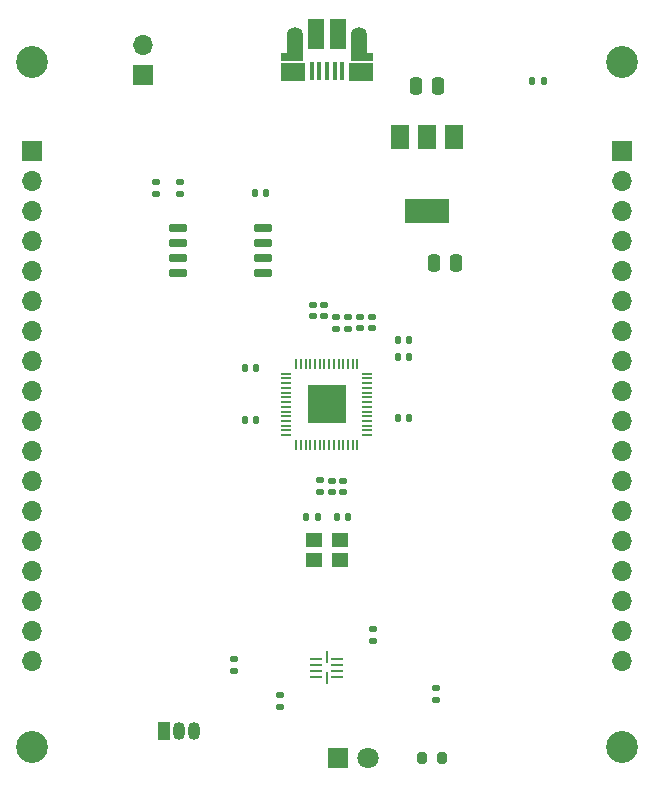
<source format=gbr>
%TF.GenerationSoftware,KiCad,Pcbnew,8.0.2-1*%
%TF.CreationDate,2024-05-28T19:32:54-07:00*%
%TF.ProjectId,BroncoSpaceRP2040,42726f6e-636f-4537-9061-636552503230,rev?*%
%TF.SameCoordinates,Original*%
%TF.FileFunction,Soldermask,Top*%
%TF.FilePolarity,Negative*%
%FSLAX46Y46*%
G04 Gerber Fmt 4.6, Leading zero omitted, Abs format (unit mm)*
G04 Created by KiCad (PCBNEW 8.0.2-1) date 2024-05-28 19:32:54*
%MOMM*%
%LPD*%
G01*
G04 APERTURE LIST*
G04 Aperture macros list*
%AMRoundRect*
0 Rectangle with rounded corners*
0 $1 Rounding radius*
0 $2 $3 $4 $5 $6 $7 $8 $9 X,Y pos of 4 corners*
0 Add a 4 corners polygon primitive as box body*
4,1,4,$2,$3,$4,$5,$6,$7,$8,$9,$2,$3,0*
0 Add four circle primitives for the rounded corners*
1,1,$1+$1,$2,$3*
1,1,$1+$1,$4,$5*
1,1,$1+$1,$6,$7*
1,1,$1+$1,$8,$9*
0 Add four rect primitives between the rounded corners*
20,1,$1+$1,$2,$3,$4,$5,0*
20,1,$1+$1,$4,$5,$6,$7,0*
20,1,$1+$1,$6,$7,$8,$9,0*
20,1,$1+$1,$8,$9,$2,$3,0*%
G04 Aperture macros list end*
%ADD10RoundRect,0.140000X-0.140000X-0.170000X0.140000X-0.170000X0.140000X0.170000X-0.140000X0.170000X0*%
%ADD11RoundRect,0.135000X-0.185000X0.135000X-0.185000X-0.135000X0.185000X-0.135000X0.185000X0.135000X0*%
%ADD12RoundRect,0.140000X-0.170000X0.140000X-0.170000X-0.140000X0.170000X-0.140000X0.170000X0.140000X0*%
%ADD13RoundRect,0.140000X0.140000X0.170000X-0.140000X0.170000X-0.140000X-0.170000X0.140000X-0.170000X0*%
%ADD14RoundRect,0.140000X0.170000X-0.140000X0.170000X0.140000X-0.170000X0.140000X-0.170000X-0.140000X0*%
%ADD15RoundRect,0.250000X-0.250000X-0.475000X0.250000X-0.475000X0.250000X0.475000X-0.250000X0.475000X0*%
%ADD16C,2.700000*%
%ADD17R,1.700000X1.700000*%
%ADD18O,1.700000X1.700000*%
%ADD19RoundRect,0.200000X-0.200000X-0.275000X0.200000X-0.275000X0.200000X0.275000X-0.200000X0.275000X0*%
%ADD20RoundRect,0.150000X-0.650000X-0.150000X0.650000X-0.150000X0.650000X0.150000X-0.650000X0.150000X0*%
%ADD21RoundRect,0.062500X-0.425000X-0.062500X0.425000X-0.062500X0.425000X0.062500X-0.425000X0.062500X0*%
%ADD22RoundRect,0.062500X-0.062500X-0.425000X0.062500X-0.425000X0.062500X0.425000X-0.062500X0.425000X0*%
%ADD23R,0.400000X1.650000*%
%ADD24R,1.825000X0.700000*%
%ADD25R,2.000000X1.500000*%
%ADD26R,1.350000X2.000000*%
%ADD27O,1.350000X1.700000*%
%ADD28O,1.100000X1.500000*%
%ADD29R,1.430000X2.500000*%
%ADD30R,1.800000X1.800000*%
%ADD31C,1.800000*%
%ADD32R,1.400000X1.200000*%
%ADD33RoundRect,0.135000X0.185000X-0.135000X0.185000X0.135000X-0.185000X0.135000X-0.185000X-0.135000X0*%
%ADD34R,1.500000X2.000000*%
%ADD35R,3.800000X2.000000*%
%ADD36R,1.050000X1.500000*%
%ADD37O,1.050000X1.500000*%
%ADD38RoundRect,0.050000X-0.387500X-0.050000X0.387500X-0.050000X0.387500X0.050000X-0.387500X0.050000X0*%
%ADD39RoundRect,0.050000X-0.050000X-0.387500X0.050000X-0.387500X0.050000X0.387500X-0.050000X0.387500X0*%
%ADD40R,3.200000X3.200000*%
G04 APERTURE END LIST*
D10*
%TO.C,C16*%
X47410000Y61380000D03*
X48370000Y61380000D03*
%TD*%
D11*
%TO.C,R7*%
X39275000Y10020000D03*
X39275000Y9000000D03*
%TD*%
D12*
%TO.C,C17*%
X22112500Y12430000D03*
X22112500Y11470000D03*
%TD*%
D11*
%TO.C,R5*%
X29400000Y27572500D03*
X29400000Y26552500D03*
%TD*%
%TO.C,R4*%
X15540000Y52870000D03*
X15540000Y51850000D03*
%TD*%
D13*
%TO.C,C8*%
X24042500Y37100000D03*
X23082500Y37100000D03*
%TD*%
D14*
%TO.C,C3*%
X32800000Y40457500D03*
X32800000Y41417500D03*
%TD*%
D15*
%TO.C,C2*%
X39050000Y46000000D03*
X40950000Y46000000D03*
%TD*%
D16*
%TO.C,H3*%
X5000000Y5000000D03*
%TD*%
D13*
%TO.C,C15*%
X29230000Y24500000D03*
X28270000Y24500000D03*
%TD*%
D10*
%TO.C,C10*%
X36005000Y39425000D03*
X36965000Y39425000D03*
%TD*%
%TO.C,C14*%
X30870000Y24500000D03*
X31830000Y24500000D03*
%TD*%
D17*
%TO.C,J4*%
X55000000Y55500000D03*
D18*
X55000000Y52960000D03*
X55000000Y50420000D03*
X55000000Y47880000D03*
X55000000Y45340000D03*
X55000000Y42800000D03*
X55000000Y40260000D03*
X55000000Y37720000D03*
X55000000Y35180000D03*
X55000000Y32640000D03*
X55000000Y30100000D03*
X55000000Y27560000D03*
X55000000Y25020000D03*
X55000000Y22480000D03*
X55000000Y19940000D03*
X55000000Y17400000D03*
X55000000Y14860000D03*
X55000000Y12320000D03*
%TD*%
D19*
%TO.C,R_Limit1*%
X38075000Y4080000D03*
X39725000Y4080000D03*
%TD*%
D12*
%TO.C,C5*%
X31400000Y27542500D03*
X31400000Y26582500D03*
%TD*%
D16*
%TO.C,H2*%
X55000000Y63000000D03*
%TD*%
D17*
%TO.C,J2*%
X14410000Y61870000D03*
D18*
X14410000Y64410000D03*
%TD*%
D11*
%TO.C,R10*%
X26070000Y9400000D03*
X26070000Y8380000D03*
%TD*%
D16*
%TO.C,H1*%
X5000000Y63000000D03*
%TD*%
D10*
%TO.C,C11*%
X36005000Y38025000D03*
X36965000Y38025000D03*
%TD*%
D20*
%TO.C,U3*%
X17400000Y48905000D03*
X17400000Y47635000D03*
X17400000Y46365000D03*
X17400000Y45095000D03*
X24600000Y45095000D03*
X24600000Y46365000D03*
X24600000Y47635000D03*
X24600000Y48905000D03*
%TD*%
D16*
%TO.C,H4*%
X55000000Y5000000D03*
%TD*%
D21*
%TO.C,U4*%
X29112500Y12450000D03*
X29112500Y11950000D03*
X29112500Y11450000D03*
X29112500Y10950000D03*
D22*
X30000000Y10812500D03*
D21*
X30887500Y10950000D03*
X30887500Y11450000D03*
X30887500Y11950000D03*
X30887500Y12450000D03*
D22*
X30000000Y12587500D03*
%TD*%
D17*
%TO.C,J3*%
X5000000Y55500000D03*
D18*
X5000000Y52960000D03*
X5000000Y50420000D03*
X5000000Y47880000D03*
X5000000Y45340000D03*
X5000000Y42800000D03*
X5000000Y40260000D03*
X5000000Y37720000D03*
X5000000Y35180000D03*
X5000000Y32640000D03*
X5000000Y30100000D03*
X5000000Y27560000D03*
X5000000Y25020000D03*
X5000000Y22480000D03*
X5000000Y19940000D03*
X5000000Y17400000D03*
X5000000Y14860000D03*
X5000000Y12320000D03*
%TD*%
D23*
%TO.C,J1*%
X31325000Y62235000D03*
X30675000Y62235000D03*
X30025000Y62235000D03*
X29375000Y62235000D03*
X28725000Y62235000D03*
D24*
X32975000Y63435000D03*
D25*
X32875000Y62135000D03*
D26*
X32755000Y64185000D03*
D27*
X32755000Y65115000D03*
D28*
X32445000Y62115000D03*
D29*
X30985000Y65385000D03*
X29065000Y65385000D03*
D28*
X27605000Y62115000D03*
D27*
X27295000Y65115000D03*
D26*
X27275000Y64185000D03*
D25*
X27125000Y62115000D03*
D24*
X27025000Y63435000D03*
%TD*%
D30*
%TO.C,D1*%
X30950000Y4100000D03*
D31*
X33490000Y4100000D03*
%TD*%
D11*
%TO.C,R2*%
X31800000Y41447500D03*
X31800000Y40427500D03*
%TD*%
D13*
%TO.C,C13*%
X24042500Y32725000D03*
X23082500Y32725000D03*
%TD*%
D11*
%TO.C,R1*%
X30800000Y41447500D03*
X30800000Y40427500D03*
%TD*%
D32*
%TO.C,Y1*%
X28900000Y20850000D03*
X31100000Y20850000D03*
X31100000Y22550000D03*
X28900000Y22550000D03*
%TD*%
D12*
%TO.C,C9*%
X30400000Y27542500D03*
X30400000Y26582500D03*
%TD*%
D10*
%TO.C,C12*%
X36005000Y32825000D03*
X36965000Y32825000D03*
%TD*%
D33*
%TO.C,R8*%
X33887500Y13940000D03*
X33887500Y14960000D03*
%TD*%
D15*
%TO.C,C1*%
X37550000Y61000000D03*
X39450000Y61000000D03*
%TD*%
D34*
%TO.C,U2*%
X40800000Y56650000D03*
X38500000Y56650000D03*
D35*
X38500000Y50350000D03*
D34*
X36200000Y56650000D03*
%TD*%
D14*
%TO.C,C6*%
X33800000Y40457500D03*
X33800000Y41417500D03*
%TD*%
D36*
%TO.C,Q1*%
X16200000Y6370000D03*
D37*
X17470000Y6370000D03*
X18740000Y6370000D03*
%TD*%
D38*
%TO.C,U1*%
X26562500Y36600000D03*
X26562500Y36200000D03*
X26562500Y35800000D03*
X26562500Y35400000D03*
X26562500Y35000000D03*
X26562500Y34600000D03*
X26562500Y34200000D03*
X26562500Y33800000D03*
X26562500Y33400000D03*
X26562500Y33000000D03*
X26562500Y32600000D03*
X26562500Y32200000D03*
X26562500Y31800000D03*
X26562500Y31400000D03*
D39*
X27400000Y30562500D03*
X27800000Y30562500D03*
X28200000Y30562500D03*
X28600000Y30562500D03*
X29000000Y30562500D03*
X29400000Y30562500D03*
X29800000Y30562500D03*
X30200000Y30562500D03*
X30600000Y30562500D03*
X31000000Y30562500D03*
X31400000Y30562500D03*
X31800000Y30562500D03*
X32200000Y30562500D03*
X32600000Y30562500D03*
D38*
X33437500Y31400000D03*
X33437500Y31800000D03*
X33437500Y32200000D03*
X33437500Y32600000D03*
X33437500Y33000000D03*
X33437500Y33400000D03*
X33437500Y33800000D03*
X33437500Y34200000D03*
X33437500Y34600000D03*
X33437500Y35000000D03*
X33437500Y35400000D03*
X33437500Y35800000D03*
X33437500Y36200000D03*
X33437500Y36600000D03*
D39*
X32600000Y37437500D03*
X32200000Y37437500D03*
X31800000Y37437500D03*
X31400000Y37437500D03*
X31000000Y37437500D03*
X30600000Y37437500D03*
X30200000Y37437500D03*
X29800000Y37437500D03*
X29400000Y37437500D03*
X29000000Y37437500D03*
X28600000Y37437500D03*
X28200000Y37437500D03*
X27800000Y37437500D03*
X27400000Y37437500D03*
D40*
X30000000Y34000000D03*
%TD*%
D11*
%TO.C,R3*%
X17540000Y52870000D03*
X17540000Y51850000D03*
%TD*%
D14*
%TO.C,C7*%
X29800000Y41457500D03*
X29800000Y42417500D03*
%TD*%
%TO.C,C4*%
X28800000Y41457500D03*
X28800000Y42417500D03*
%TD*%
D13*
%TO.C,C18*%
X24880000Y51905000D03*
X23920000Y51905000D03*
%TD*%
M02*

</source>
